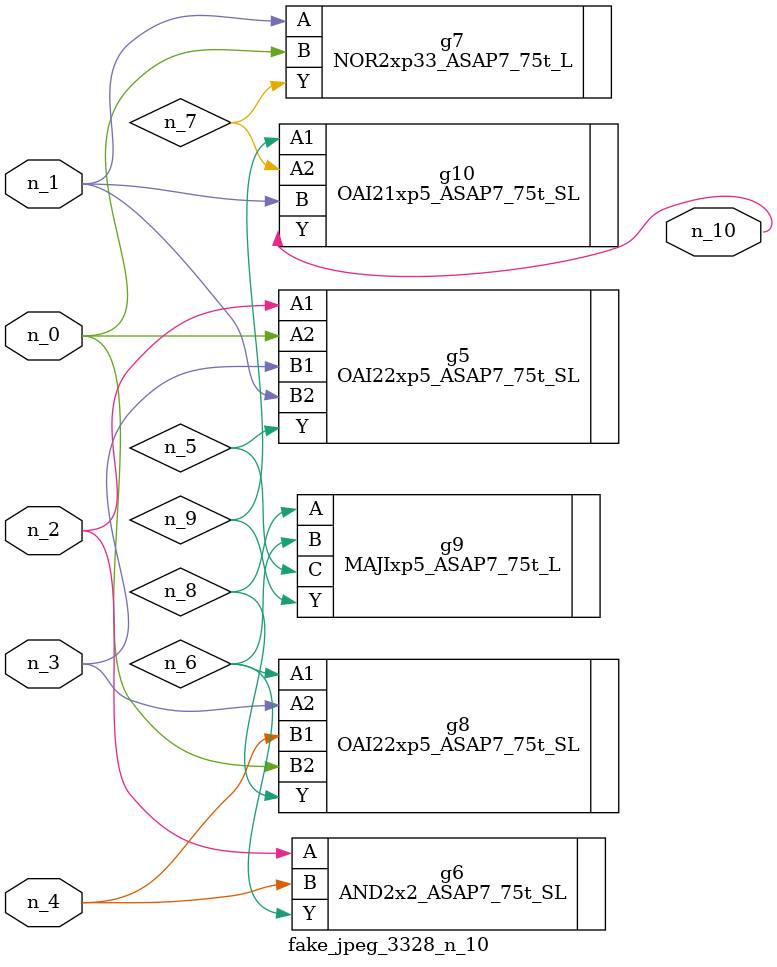
<source format=v>
module fake_jpeg_3328_n_10 (n_3, n_2, n_1, n_0, n_4, n_10);

input n_3;
input n_2;
input n_1;
input n_0;
input n_4;

output n_10;

wire n_8;
wire n_9;
wire n_6;
wire n_5;
wire n_7;

OAI22xp5_ASAP7_75t_SL g5 ( 
.A1(n_2),
.A2(n_0),
.B1(n_3),
.B2(n_1),
.Y(n_5)
);

AND2x2_ASAP7_75t_SL g6 ( 
.A(n_2),
.B(n_4),
.Y(n_6)
);

NOR2xp33_ASAP7_75t_L g7 ( 
.A(n_1),
.B(n_0),
.Y(n_7)
);

OAI22xp5_ASAP7_75t_SL g8 ( 
.A1(n_6),
.A2(n_3),
.B1(n_4),
.B2(n_0),
.Y(n_8)
);

MAJIxp5_ASAP7_75t_L g9 ( 
.A(n_8),
.B(n_6),
.C(n_5),
.Y(n_9)
);

OAI21xp5_ASAP7_75t_SL g10 ( 
.A1(n_9),
.A2(n_7),
.B(n_1),
.Y(n_10)
);


endmodule
</source>
